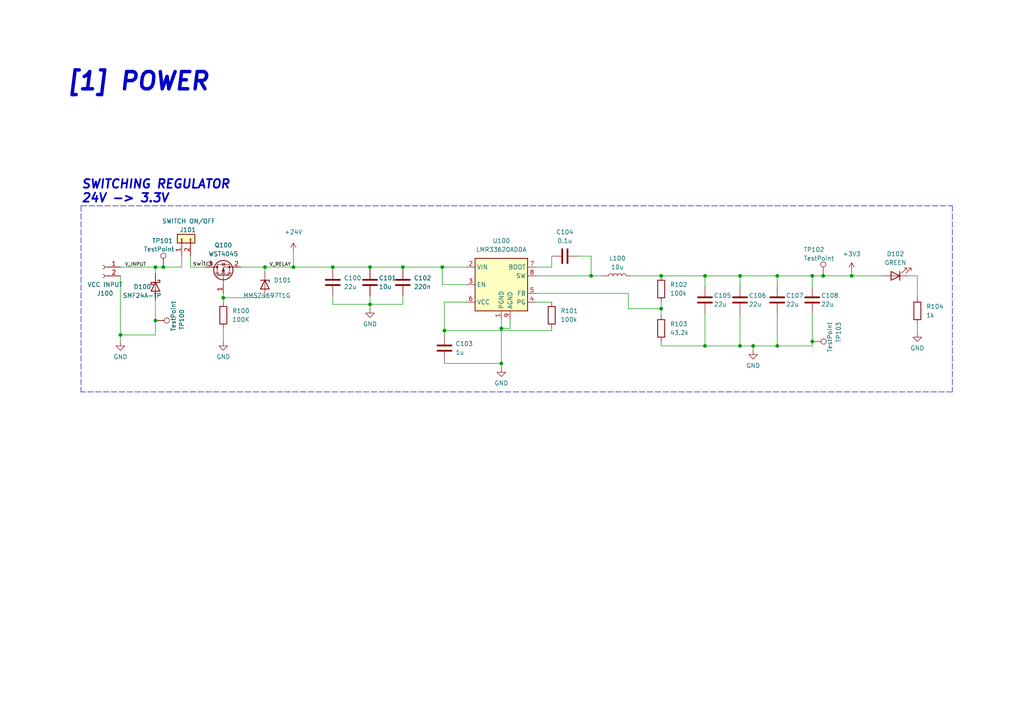
<source format=kicad_sch>
(kicad_sch (version 20230121) (generator eeschema)
  (paper "A4")
  (lib_symbols
    (symbol "Connector:Conn_01x02_Female" (pin_names (offset 1.016) hide)
      (property "Reference" "J" (at 0 2.54 0))
      (property "Value" "Conn_01x02_Female" (at 0 -5.08 0))
      (symbol "Conn_01x02_Female_1_1"
        (arc (start 0 -2.032) (mid -0.5058 -2.54) (end 0 -3.048) (stroke (width 0.1524)))
        (polyline (pts (xy -1.27 -2.54) (xy -0.508 -2.54)) (stroke (width 0.1524)))
        (polyline (pts (xy -1.27 0) (xy -0.508 0)) (stroke (width 0.1524)))
        (arc (start 0 0.508) (mid -0.5058 0) (end 0 -0.508) (stroke (width 0.1524)))
        (pin passive line (at -5.08 0 0) (length 3.81) (name "Pin_1") (number "1"))
        (pin passive line (at -5.08 -2.54 0) (length 3.81) (name "Pin_2") (number "2"))
      )
    )
    (symbol "Connector:TestPoint" (pin_numbers hide) (pin_names (offset 0.762) hide)
      (property "Reference" "TP" (at 0 6.858 0))
      (property "Value" "TestPoint" (at 0 5.08 0))
      (symbol "TestPoint_0_1"
        (circle (center 0 3.302) (radius 0.762))
      )
      (symbol "TestPoint_1_1"
        (pin passive line (at 0 0 90) (length 2.54) (name "1") (number "1"))
      )
    )
    (symbol "Connector_Generic:Conn_01x02" (pin_names (offset 1.016) hide)
      (property "Reference" "J" (at 0 2.54 0))
      (property "Value" "Conn_01x02" (at 0 -5.08 0))
      (symbol "Conn_01x02_1_1"
        (rectangle (start -1.27 -2.413) (end 0 -2.667) (stroke (width 0.1524)))
        (rectangle (start -1.27 0.127) (end 0 -0.127) (stroke (width 0.1524)))
        (rectangle (start -1.27 1.27) (end 1.27 -3.81) (stroke (width 0.254)) (fill (type background)))
        (pin passive line (at -5.08 0 0) (length 3.81) (name "Pin_1") (number "1"))
        (pin passive line (at -5.08 -2.54 0) (length 3.81) (name "Pin_2") (number "2"))
      )
    )
    (symbol "Device:C" (pin_numbers hide) (pin_names (offset 0.254))
      (property "Reference" "C" (at 0.635 2.54 0))
      (property "Value" "C" (at 0.635 -2.54 0))
      (symbol "C_0_1"
        (polyline (pts (xy -2.032 -0.762) (xy 2.032 -0.762)) (stroke (width 0.508)))
        (polyline (pts (xy -2.032 0.762) (xy 2.032 0.762)) (stroke (width 0.508)))
      )
      (symbol "C_1_1"
        (pin passive line (at 0 3.81 270) (length 2.794) (name "~") (number "1"))
        (pin passive line (at 0 -3.81 90) (length 2.794) (name "~") (number "2"))
      )
    )
    (symbol "Device:D_Schottky" (pin_numbers hide) (pin_names (offset 1.016) hide)
      (property "Reference" "D" (at 0 2.54 0))
      (property "Value" "D_Schottky" (at 0 -2.54 0))
      (symbol "D_Schottky_0_1"
        (polyline (pts (xy 1.27 0) (xy -1.27 0)))
        (polyline (pts (xy 1.27 1.27) (xy 1.27 -1.27) (xy -1.27 0) (xy 1.27 1.27)) (stroke (width 0.254)))
        (polyline (pts (xy -1.905 0.635) (xy -1.905 1.27) (xy -1.27 1.27) (xy -1.27 -1.27) (xy -0.635 -1.27) (xy -0.635 -0.635)) (stroke (width 0.254)))
      )
      (symbol "D_Schottky_1_1"
        (pin passive line (at -3.81 0 0) (length 2.54) (name "K") (number "1"))
        (pin passive line (at 3.81 0 180) (length 2.54) (name "A") (number "2"))
      )
    )
    (symbol "Device:D_Zener" (pin_numbers hide) (pin_names (offset 1.016) hide)
      (property "Reference" "D" (at 0 2.54 0))
      (property "Value" "D_Zener" (at 0 -2.54 0))
      (symbol "D_Zener_0_1"
        (polyline (pts (xy 1.27 0) (xy -1.27 0)))
        (polyline (pts (xy -1.27 -1.27) (xy -1.27 1.27) (xy -0.762 1.27)) (stroke (width 0.254)))
        (polyline (pts (xy 1.27 -1.27) (xy 1.27 1.27) (xy -1.27 0) (xy 1.27 -1.27)) (stroke (width 0.254)))
      )
      (symbol "D_Zener_1_1"
        (pin passive line (at -3.81 0 0) (length 2.54) (name "K") (number "1"))
        (pin passive line (at 3.81 0 180) (length 2.54) (name "A") (number "2"))
      )
    )
    (symbol "Device:L" (pin_numbers hide) (pin_names (offset 1.016) hide)
      (property "Reference" "L" (at -1.27 0 90))
      (property "Value" "L" (at 1.905 0 90))
      (symbol "L_0_1"
        (arc (start 0 -2.54) (mid 0.6323 -1.905) (end 0 -1.27))
        (arc (start 0 -1.27) (mid 0.6323 -0.635) (end 0 0))
        (arc (start 0 0) (mid 0.6323 0.635) (end 0 1.27))
        (arc (start 0 1.27) (mid 0.6323 1.905) (end 0 2.54))
      )
      (symbol "L_1_1"
        (pin passive line (at 0 3.81 270) (length 1.27) (name "1") (number "1"))
        (pin passive line (at 0 -3.81 90) (length 1.27) (name "2") (number "2"))
      )
    )
    (symbol "Device:LED" (pin_numbers hide) (pin_names (offset 1.016) hide)
      (property "Reference" "D" (at 0 2.54 0))
      (property "Value" "LED" (at 0 -2.54 0))
      (symbol "LED_0_1"
        (polyline (pts (xy -1.27 -1.27) (xy -1.27 1.27)) (stroke (width 0.254)))
        (polyline (pts (xy -1.27 0) (xy 1.27 0)))
        (polyline (pts (xy 1.27 -1.27) (xy 1.27 1.27) (xy -1.27 0) (xy 1.27 -1.27)) (stroke (width 0.254)))
        (polyline (pts (xy -3.048 -0.762) (xy -4.572 -2.286) (xy -3.81 -2.286) (xy -4.572 -2.286) (xy -4.572 -1.524)))
        (polyline (pts (xy -1.778 -0.762) (xy -3.302 -2.286) (xy -2.54 -2.286) (xy -3.302 -2.286) (xy -3.302 -1.524)))
      )
      (symbol "LED_1_1"
        (pin passive line (at -3.81 0 0) (length 2.54) (name "K") (number "1"))
        (pin passive line (at 3.81 0 180) (length 2.54) (name "A") (number "2"))
      )
    )
    (symbol "Device:R" (pin_numbers hide) (pin_names (offset 0))
      (property "Reference" "R" (at 2.032 0 90))
      (property "Value" "R" (at 0 0 90))
      (symbol "R_0_1"
        (rectangle (start -1.016 -2.54) (end 1.016 2.54) (stroke (width 0.254)))
      )
      (symbol "R_1_1"
        (pin passive line (at 0 3.81 270) (length 1.27) (name "~") (number "1"))
        (pin passive line (at 0 -3.81 90) (length 1.27) (name "~") (number "2"))
      )
    )
    (symbol "Regulator_Switching:LMR33620ADDA"
      (property "Reference" "U" (at 0 11.43 0))
      (property "Value" "LMR33620ADDA" (at 0 8.89 0))
      (symbol "LMR33620ADDA_0_1"
        (rectangle (start -7.62 7.62) (end 7.62 -7.62) (stroke (width 0.254)) (fill (type background)))
      )
      (symbol "LMR33620ADDA_1_1"
        (pin power_in line (at 0 -10.16 90) (length 2.54) (name "PGND") (number "1"))
        (pin power_in line (at -10.16 5.08 0) (length 2.54) (name "VIN") (number "2"))
        (pin input line (at -10.16 0 0) (length 2.54) (name "EN") (number "3"))
        (pin open_collector line (at 10.16 -5.08 180) (length 2.54) (name "PG") (number "4"))
        (pin input line (at 10.16 -2.54 180) (length 2.54) (name "FB") (number "5"))
        (pin power_out line (at -10.16 -5.08 0) (length 2.54) (name "VCC") (number "6"))
        (pin input line (at 10.16 5.08 180) (length 2.54) (name "BOOT") (number "7"))
        (pin output line (at 10.16 2.54 180) (length 2.54) (name "SW") (number "8"))
        (pin power_in line (at 2.54 -10.16 90) (length 2.54) (name "AGND") (number "9"))
      )
    )
    (symbol "Transistor_FET:AO3401A" (pin_names hide)
      (property "Reference" "Q" (at 5.08 1.905 0))
      (property "Value" "AO3401A" (at 5.08 0 0))
      (symbol "AO3401A_0_1"
        (polyline (pts (xy 0.254 0) (xy -2.54 0)))
        (polyline (pts (xy 0.254 1.905) (xy 0.254 -1.905)) (stroke (width 0.254)))
        (polyline (pts (xy 0.762 -1.27) (xy 0.762 -2.286)) (stroke (width 0.254)))
        (polyline (pts (xy 0.762 0.508) (xy 0.762 -0.508)) (stroke (width 0.254)))
        (polyline (pts (xy 0.762 2.286) (xy 0.762 1.27)) (stroke (width 0.254)))
        (polyline (pts (xy 2.54 2.54) (xy 2.54 1.778)))
        (polyline (pts (xy 2.54 -2.54) (xy 2.54 0) (xy 0.762 0)))
        (polyline (pts (xy 0.762 1.778) (xy 3.302 1.778) (xy 3.302 -1.778) (xy 0.762 -1.778)))
        (polyline (pts (xy 2.286 0) (xy 1.27 0.381) (xy 1.27 -0.381) (xy 2.286 0)) (fill (type outline)))
        (polyline (pts (xy 2.794 -0.508) (xy 2.921 -0.381) (xy 3.683 -0.381) (xy 3.81 -0.254)))
        (polyline (pts (xy 3.302 -0.381) (xy 2.921 0.254) (xy 3.683 0.254) (xy 3.302 -0.381)))
        (circle (center 1.651 0) (radius 2.794) (stroke (width 0.254)))
        (circle (center 2.54 -1.778) (radius 0.254) (fill (type outline)))
        (circle (center 2.54 1.778) (radius 0.254) (fill (type outline)))
      )
      (symbol "AO3401A_1_1"
        (pin input line (at -5.08 0 0) (length 2.54) (name "G") (number "1"))
        (pin passive line (at 2.54 -5.08 90) (length 2.54) (name "S") (number "2"))
        (pin passive line (at 2.54 5.08 270) (length 2.54) (name "D") (number "3"))
      )
    )
    (symbol "power:+24V" (power) (pin_names (offset 0))
      (property "Value" "+24V" (at 0 3.556 0))
      (symbol "+24V_0_1"
        (polyline (pts (xy -0.762 1.27) (xy 0 2.54)))
        (polyline (pts (xy 0 0) (xy 0 2.54)))
        (polyline (pts (xy 0 2.54) (xy 0.762 1.27)))
      )
      (symbol "+24V_1_1"
        (pin power_in line (at 0 0 90) (length 0) hide (name "+24V") (number "1"))
      )
    )
    (symbol "power:+3V3" (power) (pin_names (offset 0))
      (property "Value" "+3V3" (at 0 3.556 0))
      (symbol "+3V3_0_1"
        (polyline (pts (xy -0.762 1.27) (xy 0 2.54)))
        (polyline (pts (xy 0 0) (xy 0 2.54)))
        (polyline (pts (xy 0 2.54) (xy 0.762 1.27)))
      )
      (symbol "+3V3_1_1"
        (pin power_in line (at 0 0 90) (length 0) hide (name "+3V3") (number "1"))
      )
    )
    (symbol "power:GND" (power) (pin_names (offset 0))
      (property "Value" "GND" (at 0 -3.81 0))
      (symbol "GND_0_1"
        (polyline (pts (xy 0 0) (xy 0 -1.27) (xy 1.27 -1.27) (xy 0 -2.54) (xy -1.27 -1.27) (xy 0 -1.27)))
      )
      (symbol "GND_1_1"
        (pin power_in line (at 0 0 270) (length 0) hide (name "GND") (number "1"))
      )
    )
  )
  (junction (at 47.371 77.47))
  (junction (at 204.47 100.33))
  (junction (at 116.84 77.47))
  (junction (at 64.77 86.36))
  (junction (at 34.925 97.155))
  (junction (at 225.425 80.01))
  (junction (at 218.44 100.33))
  (junction (at 171.45 80.01))
  (junction (at 235.585 99.06))
  (junction (at 145.415 105.41))
  (junction (at 204.47 80.01))
  (junction (at 235.585 80.01))
  (junction (at 128.27 77.47))
  (junction (at 107.315 77.47))
  (junction (at 214.63 100.33))
  (junction (at 107.315 88.265))
  (junction (at 76.835 77.47))
  (junction (at 238.76 80.01))
  (junction (at 96.52 77.47))
  (junction (at 247.015 80.01))
  (junction (at 145.415 95.25))
  (junction (at 214.63 80.01))
  (junction (at 45.085 77.47))
  (junction (at 191.77 80.01))
  (junction (at 191.77 89.535))
  (junction (at 128.905 95.885))
  (junction (at 85.09 77.47))
  (junction (at 45.085 92.964))
  (junction (at 225.425 100.33))
  (wire (pts (xy 235.585 80.01) (xy 238.76 80.01)))
  (wire (pts (xy 96.52 77.47) (xy 96.52 78.105)))
  (wire (pts (xy 47.371 77.47) (xy 52.705 77.47)))
  (wire (pts (xy 45.085 77.47) (xy 45.085 79.375)))
  (wire (pts (xy 155.575 85.09) (xy 182.245 85.09)))
  (wire (pts (xy 116.84 85.725) (xy 116.84 88.265)))
  (wire (pts (xy 34.925 77.47) (xy 45.085 77.47)))
  (wire (pts (xy 191.77 99.06) (xy 191.77 100.33)))
  (polyline (pts (xy 23.495 59.69) (xy 23.495 113.665)) (stroke (width 0) (type dash)))
  (wire (pts (xy 85.09 77.47) (xy 96.52 77.47)))
  (wire (pts (xy 204.47 100.33) (xy 214.63 100.33)))
  (wire (pts (xy 52.705 74.295) (xy 52.705 77.47)))
  (wire (pts (xy 155.575 87.63) (xy 160.02 87.63)))
  (wire (pts (xy 266.065 93.98) (xy 266.065 96.52)))
  (wire (pts (xy 167.64 74.295) (xy 171.45 74.295)))
  (wire (pts (xy 160.02 95.885) (xy 128.905 95.885)))
  (wire (pts (xy 171.45 74.295) (xy 171.45 80.01)))
  (wire (pts (xy 182.245 85.09) (xy 182.245 89.535)))
  (wire (pts (xy 85.09 73.025) (xy 85.09 77.47)))
  (polyline (pts (xy 23.495 59.69) (xy 276.225 59.69)) (stroke (width 0) (type dash)))
  (wire (pts (xy 145.415 95.25) (xy 145.415 105.41)))
  (wire (pts (xy 135.255 82.55) (xy 128.27 82.55)))
  (wire (pts (xy 171.45 80.01) (xy 175.26 80.01)))
  (wire (pts (xy 45.085 77.47) (xy 47.371 77.47)))
  (wire (pts (xy 96.52 77.47) (xy 107.315 77.47)))
  (wire (pts (xy 218.44 100.33) (xy 218.44 101.6)))
  (wire (pts (xy 107.315 85.725) (xy 107.315 88.265)))
  (wire (pts (xy 34.925 97.155) (xy 34.925 99.06)))
  (wire (pts (xy 182.245 89.535) (xy 191.77 89.535)))
  (wire (pts (xy 116.84 88.265) (xy 107.315 88.265)))
  (wire (pts (xy 55.245 77.47) (xy 59.69 77.47)))
  (wire (pts (xy 263.525 80.01) (xy 266.065 80.01)))
  (wire (pts (xy 34.925 97.155) (xy 45.085 97.155)))
  (wire (pts (xy 155.575 80.01) (xy 171.45 80.01)))
  (wire (pts (xy 204.47 90.805) (xy 204.47 100.33)))
  (wire (pts (xy 128.905 105.41) (xy 145.415 105.41)))
  (wire (pts (xy 128.905 95.885) (xy 128.905 87.63)))
  (wire (pts (xy 191.77 80.01) (xy 204.47 80.01)))
  (wire (pts (xy 238.76 80.01) (xy 247.015 80.01)))
  (wire (pts (xy 225.425 90.805) (xy 225.425 100.33)))
  (wire (pts (xy 214.63 80.01) (xy 214.63 83.185)))
  (wire (pts (xy 116.84 77.47) (xy 128.27 77.47)))
  (wire (pts (xy 160.02 95.25) (xy 160.02 95.885)))
  (wire (pts (xy 214.63 80.01) (xy 225.425 80.01)))
  (wire (pts (xy 247.015 80.01) (xy 255.905 80.01)))
  (wire (pts (xy 218.44 100.33) (xy 225.425 100.33)))
  (wire (pts (xy 76.835 77.47) (xy 85.09 77.47)))
  (wire (pts (xy 76.835 77.47) (xy 76.835 78.74)))
  (wire (pts (xy 160.02 77.47) (xy 160.02 74.295)))
  (wire (pts (xy 247.015 78.74) (xy 247.015 80.01)))
  (wire (pts (xy 204.47 80.01) (xy 204.47 83.185)))
  (wire (pts (xy 191.77 100.33) (xy 204.47 100.33)))
  (wire (pts (xy 235.585 100.33) (xy 225.425 100.33)))
  (wire (pts (xy 64.77 95.25) (xy 64.77 99.06)))
  (wire (pts (xy 107.315 88.265) (xy 107.315 89.535)))
  (wire (pts (xy 107.315 77.47) (xy 116.84 77.47)))
  (wire (pts (xy 235.585 90.805) (xy 235.585 99.06)))
  (wire (pts (xy 225.425 80.01) (xy 225.425 83.185)))
  (wire (pts (xy 182.88 80.01) (xy 191.77 80.01)))
  (wire (pts (xy 96.52 85.725) (xy 96.52 88.265)))
  (wire (pts (xy 116.84 77.47) (xy 116.84 78.105)))
  (wire (pts (xy 55.245 74.295) (xy 55.245 77.47)))
  (wire (pts (xy 214.63 90.805) (xy 214.63 100.33)))
  (wire (pts (xy 214.63 100.33) (xy 218.44 100.33)))
  (wire (pts (xy 147.955 92.71) (xy 147.955 95.25)))
  (wire (pts (xy 128.27 82.55) (xy 128.27 77.47)))
  (wire (pts (xy 45.085 92.964) (xy 45.085 97.155)))
  (wire (pts (xy 107.315 77.47) (xy 107.315 78.105)))
  (wire (pts (xy 128.905 87.63) (xy 135.255 87.63)))
  (wire (pts (xy 76.835 77.47) (xy 69.85 77.47)))
  (wire (pts (xy 45.085 86.995) (xy 45.085 92.964)))
  (wire (pts (xy 34.925 80.01) (xy 34.925 97.155)))
  (wire (pts (xy 266.065 80.01) (xy 266.065 86.36)))
  (polyline (pts (xy 276.225 59.69) (xy 276.225 113.665)) (stroke (width 0) (type dash)))
  (wire (pts (xy 64.77 86.36) (xy 76.835 86.36)))
  (wire (pts (xy 235.585 80.01) (xy 235.585 83.185)))
  (wire (pts (xy 128.27 77.47) (xy 135.255 77.47)))
  (wire (pts (xy 191.77 87.63) (xy 191.77 89.535)))
  (wire (pts (xy 145.415 92.71) (xy 145.415 95.25)))
  (wire (pts (xy 128.905 104.775) (xy 128.905 105.41)))
  (wire (pts (xy 235.585 99.06) (xy 235.585 100.33)))
  (wire (pts (xy 64.77 86.36) (xy 64.77 87.63)))
  (wire (pts (xy 64.77 85.09) (xy 64.77 86.36)))
  (wire (pts (xy 155.575 77.47) (xy 160.02 77.47)))
  (wire (pts (xy 225.425 80.01) (xy 235.585 80.01)))
  (wire (pts (xy 191.77 89.535) (xy 191.77 91.44)))
  (wire (pts (xy 128.905 97.155) (xy 128.905 95.885)))
  (polyline (pts (xy 276.225 113.665) (xy 23.495 113.665)) (stroke (width 0) (type dash)))
  (wire (pts (xy 145.415 105.41) (xy 145.415 106.68)))
  (wire (pts (xy 96.52 88.265) (xy 107.315 88.265)))
  (wire (pts (xy 204.47 80.01) (xy 214.63 80.01)))
  (wire (pts (xy 147.955 95.25) (xy 145.415 95.25)))
  (text "SWITCHING REGULATOR\n24V -> 3.3V" (at 23.495 59.055 0) (effects (font (size 2.5 2.5) bold italic) (justify left bottom)))
  (text "[1] POWER" (at 19.05 26.67 0) (effects (font (size 5 5) (thickness 1) bold italic) (justify left bottom)))
  (label "V_INPUT" (at 36.195 77.47 0) (effects (font (size 1.016 1.016))))
  (label "switch" (at 55.88 77.47 0))
  (label "V_RELAY" (at 78.105 77.47 0) (effects (font (size 1.016 1.016))))
  (symbol (lib_id "power:GND") (at 218.44 101.6 0) (unit 1)
    (property "Reference" "#PWR08" (effects hide))
    (property "Value" "GND" (at 218.44 106.045 0))
    (instances (project "Damper_PCB" (path "" (reference "#PWR08") (unit 1))) (project "Cabina" (path "" (reference "#PWR0110") (unit 1))))
  )
  (symbol (lib_id "Device:C") (at 107.315 81.915 0) (unit 1)
    (property "Reference" "C101" (at 109.855 80.645 0) (effects (justify left)))
    (property "Value" "10u" (at 109.855 83.185 0) (effects (justify left)))
    (property "Footprint" "Capacitor_SMD:C_0805_2012Metric" (effects hide))
    (property "LCSC" "C440198" (effects hide))
  )
  (symbol (lib_id "power:GND") (at 266.065 96.52 0) (unit 1)
    (property "Reference" "#PWR07" (effects hide))
    (property "Value" "GND" (at 266.065 100.965 0))
    (instances (project "Damper_PCB" (path "" (reference "#PWR07") (unit 1))) (project "Cabina" (path "" (reference "#PWR0104") (unit 1))))
  )
  (symbol (lib_id "Device:C") (at 204.47 86.995 180) (unit 1)
    (property "Reference" "C105" (at 207.01 85.725 0) (effects (justify right)))
    (property "Value" "22u" (at 207.01 88.265 0) (effects (justify right)))
    (property "Footprint" "Capacitor_SMD:C_0805_2012Metric" (effects hide))
    (property "LCSC" "C45783" (effects hide))
  )
  (symbol (lib_id "Device:C") (at 225.425 86.995 180) (unit 1)
    (property "Reference" "C107" (at 227.965 85.725 0) (effects (justify right)))
    (property "Value" "22u" (at 227.965 88.265 0) (effects (justify right)))
    (property "Footprint" "Capacitor_SMD:C_0805_2012Metric" (effects hide))
    (property "LCSC" "C45783" (effects hide))
  )
  (symbol (lib_id "Device:D_Zener") (at 76.835 82.55 270) (unit 1)
    (property "Reference" "D101" (at 79.375 81.2799 90) (effects (justify left)))
    (property "Value" "MMSZ4697T1G" (at 70.485 85.725 90) (effects (justify left)))
    (property "Footprint" "Diode_SMD:D_SOD-123" (effects hide))
    (property "LCSC" "C48870" (effects hide))
  )
  (symbol (lib_id "Device:R") (at 64.77 91.44 0) (unit 1)
    (property "Reference" "R100" (at 67.31 90.17 0) (effects (justify left)))
    (property "Value" "100K" (at 67.31 92.71 0) (effects (justify left)))
    (property "Footprint" "Resistor_SMD:R_1206_3216Metric" (effects hide))
    (property "LCSC" "C17900" (effects hide))
  )
  (symbol (lib_id "Connector_Generic:Conn_01x02") (at 52.705 69.215 90) (unit 1)
    (property "Reference" "J101" (at 52.07 66.675 90) (effects (justify right)))
    (property "Value" "SWITCH ON/OFF" (at 46.99 64.135 90) (effects (justify right)))
    (property "Footprint" "Molex_39281023:MOLEX_39281023" (effects hide))
  )
  (symbol (lib_id "power:GND") (at 34.925 99.06 0) (unit 1)
    (property "Reference" "#PWR01" (effects hide))
    (property "Value" "GND" (at 34.925 103.505 0))
    (instances (project "Damper_PCB" (path "" (reference "#PWR01") (unit 1))) (project "Cabina" (path "" (reference "#PWR0106") (unit 1))))
  )
  (symbol (lib_id "Connector:Conn_01x02_Female") (at 29.845 77.47 0) (mirror y) (unit 1)
    (property "Reference" "J100" (at 30.48 85.09 0))
    (property "Value" "VCC INPUT" (at 30.48 82.55 0))
    (property "Footprint" "Connector_Phoenix_MSTB:PhoenixContact_MSTBA_2,5_2-G-5,08_1x02_P5.08mm_Horizontal" (effects hide))
  )
  (symbol (lib_id "power:GND") (at 64.77 99.06 0) (unit 1)
    (property "Reference" "#PWR02" (effects hide))
    (property "Value" "GND" (at 64.77 103.505 0))
    (instances (project "Damper_PCB" (path "" (reference "#PWR02") (unit 1))) (project "Cabina" (path "" (reference "#PWR0110") (unit 1))))
  )
  (symbol (lib_id "Connector:TestPoint") (at 45.085 92.964 270) (unit 1)
    (property "Reference" "TP100" (at 52.705 89.662 0) (effects (justify left)))
    (property "Value" "TestPoint" (at 50.292 87.249 0) (effects (justify left)))
    (property "Footprint" "TestPoint:TestPoint_Pad_D2.0mm" (effects hide))
    (instances (project "Damper_PCB" (path "" (reference "TP100") (unit 1))) (project "Cabina" (path "" (reference "TP101") (unit 1))))
  )
  (symbol (lib_id "Device:C") (at 96.52 81.915 0) (unit 1)
    (property "Reference" "C100" (at 99.695 80.645 0) (effects (justify left)))
    (property "Value" "22u" (at 99.695 83.185 0) (effects (justify left)))
    (property "Footprint" "Capacitor_SMD:C_Elec_6.3x5.4" (effects hide))
    (property "LCSC" "C4747979" (effects hide))
  )
  (symbol (lib_id "Device:R") (at 266.065 90.17 180) (unit 1)
    (property "Reference" "R104" (at 268.605 88.9 0) (effects (justify right)))
    (property "Value" "1k" (at 268.605 91.44 0) (effects (justify right)))
    (property "Footprint" "Resistor_SMD:R_0603_1608Metric" (effects hide))
    (property "LCSC" "C21190" (effects hide))
    (instances (project "Damper_PCB" (path "" (reference "R104") (unit 1))) (project "Cabina" (path "" (reference "R101") (unit 1))))
  )
  (symbol (lib_id "Device:R") (at 191.77 83.82 0) (unit 1)
    (property "Reference" "R102" (at 194.31 82.55 0) (effects (justify left)))
    (property "Value" "100k" (at 194.31 85.09 0) (effects (justify left)))
    (property "Footprint" "Resistor_SMD:R_0805_2012Metric" (effects hide))
    (property "LCSC" "C149504" (effects hide))
  )
  (symbol (lib_id "power:+24V") (at 85.09 73.025 0) (unit 1)
    (property "Reference" "#PWR03" (effects hide))
    (property "Value" "+24V" (at 85.09 67.31 0))
    (instances (project "Damper_PCB" (path "" (reference "#PWR03") (unit 1))) (project "Cabina" (path "" (reference "#PWR0112") (unit 1))))
  )
  (symbol (lib_id "Connector:TestPoint") (at 47.371 77.47 0) (unit 1)
    (property "Reference" "TP101" (at 44.069 69.85 0) (effects (justify left)))
    (property "Value" "TestPoint" (at 41.656 72.263 0) (effects (justify left)))
    (property "Footprint" "TestPoint:TestPoint_Pad_D2.0mm" (effects hide))
    (instances (project "Damper_PCB" (path "" (reference "TP101") (unit 1))) (project "Cabina" (path "" (reference "TP100") (unit 1))))
  )
  (symbol (lib_id "Device:D_Schottky") (at 45.085 83.185 270) (unit 1)
    (property "Reference" "D100" (at 38.735 83.185 90) (effects (justify left)))
    (property "Value" "SMF24A-TP" (at 35.56 85.725 90) (effects (justify left)))
    (property "Footprint" "SOD_123FL:SOD_123FL" (effects hide))
    (property "LCSC" "C545276" (effects hide))
  )
  (symbol (lib_id "Connector:TestPoint") (at 238.76 80.01 0) (unit 1)
    (property "Reference" "TP102" (at 233.045 72.39 0) (effects (justify left)))
    (property "Value" "TestPoint" (at 233.045 74.93 0) (effects (justify left)))
    (property "Footprint" "TestPoint:TestPoint_Pad_D2.0mm" (effects hide))
  )
  (symbol (lib_id "Device:R") (at 160.02 91.44 0) (unit 1)
    (property "Reference" "R101" (at 162.56 90.17 0) (effects (justify left)))
    (property "Value" "100k" (at 162.56 92.71 0) (effects (justify left)))
    (property "Footprint" "Resistor_SMD:R_0805_2012Metric" (effects hide))
    (property "LCSC" "C149504" (effects hide))
  )
  (symbol (lib_id "power:GND") (at 107.315 89.535 0) (unit 1)
    (property "Reference" "#PWR04" (effects hide))
    (property "Value" "GND" (at 107.315 93.98 0))
    (instances (project "Damper_PCB" (path "" (reference "#PWR04") (unit 1))) (project "Cabina" (path "" (reference "#PWR0110") (unit 1))))
  )
  (symbol (lib_id "Device:C") (at 116.84 81.915 0) (unit 1)
    (property "Reference" "C102" (at 120.015 80.645 0) (effects (justify left)))
    (property "Value" "220n" (at 120.015 83.185 0) (effects (justify left)))
    (property "Footprint" "Capacitor_SMD:C_0805_2012Metric" (effects hide))
    (property "LCSC" "C5378" (effects hide))
  )
  (symbol (lib_id "Device:LED") (at 259.715 80.01 180) (unit 1)
    (property "Reference" "D102" (at 259.715 73.66 0))
    (property "Value" "GREEN" (at 259.715 76.2 0))
    (property "Footprint" "LED_SMD:LED_0603_1608Metric" (effects hide))
    (property "LCSC" "C72043" (effects hide))
    (instances (project "Damper_PCB" (path "" (reference "D102") (unit 1))) (project "Cabina" (path "" (reference "D103") (unit 1))))
  )
  (symbol (lib_id "Regulator_Switching:LMR33620ADDA") (at 145.415 82.55 0) (unit 1)
    (property "Reference" "U100" (at 145.415 69.85 0))
    (property "Value" "LMR33620ADDA" (at 145.415 72.39 0))
    (property "Footprint" "Package_SO:Texas_HSOP-8-1EP_3.9x4.9mm_P1.27mm_ThermalVias" (effects hide))
    (property "Datasheet" "http://www.ti.com/lit/ds/symlink/lmr33620.pdf" (effects hide))
    (property "LCSC" "C2071694" (effects hide))
  )
  (symbol (lib_id "Device:C") (at 235.585 86.995 180) (unit 1)
    (property "Reference" "C108" (at 238.125 85.725 0) (effects (justify right)))
    (property "Value" "22u" (at 238.125 88.265 0) (effects (justify right)))
    (property "Footprint" "Capacitor_SMD:C_0805_2012Metric" (effects hide))
    (property "LCSC" "C45783" (effects hide))
  )
  (symbol (lib_id "Device:C") (at 128.905 100.965 180) (unit 1)
    (property "Reference" "C103" (at 132.08 99.695 0) (effects (justify right)))
    (property "Value" "1u" (at 132.08 102.235 0) (effects (justify right)))
    (property "Footprint" "Capacitor_SMD:C_0603_1608Metric" (effects hide))
    (property "LCSC" "C15849" (effects hide))
  )
  (symbol (lib_id "Connector:TestPoint") (at 235.585 99.06 270) (unit 1)
    (property "Reference" "TP103" (at 243.205 93.345 0) (effects (justify left)))
    (property "Value" "TestPoint" (at 240.665 93.345 0) (effects (justify left)))
    (property "Footprint" "TestPoint:TestPoint_Pad_D2.0mm" (effects hide))
  )
  (symbol (lib_id "Device:C") (at 163.83 74.295 270) (unit 1)
    (property "Reference" "C104" (at 163.83 67.31 90))
    (property "Value" "0.1u" (at 163.83 69.85 90))
    (property "Footprint" "Capacitor_SMD:C_0603_1608Metric" (effects hide))
    (property "LCSC" "C14663" (effects hide))
  )
  (symbol (lib_id "Transistor_FET:AO3401A") (at 64.77 80.01 90) (unit 1)
    (property "Reference" "Q100" (at 64.77 71.12 90))
    (property "Value" "WST4045" (at 64.77 73.66 90))
    (property "Footprint" "Package_TO_SOT_SMD:SOT-23" (effects hide))
    (property "Datasheet" "http://www.aosmd.com/pdfs/datasheet/AO3401A.pdf" (effects hide))
    (property "LCSC" "C719073" (effects hide))
  )
  (symbol (lib_id "Device:L") (at 179.07 80.01 90) (unit 1)
    (property "Reference" "L100" (at 179.07 74.93 90))
    (property "Value" "10u" (at 179.07 77.47 90))
    (property "Footprint" "Inductor_SMD_Jose:L_12.3x12.3" (effects hide))
    (property "LCSC" "C2929499" (effects hide))
  )
  (symbol (lib_id "power:+3V3") (at 247.015 78.74 0) (unit 1)
    (property "Reference" "#PWR06" (effects hide))
    (property "Value" "+3V3" (at 247.015 73.66 0))
  )
  (symbol (lib_id "Device:C") (at 214.63 86.995 180) (unit 1)
    (property "Reference" "C106" (at 217.17 85.725 0) (effects (justify right)))
    (property "Value" "22u" (at 217.17 88.265 0) (effects (justify right)))
    (property "Footprint" "Capacitor_SMD:C_0805_2012Metric" (effects hide))
    (property "LCSC" "C45783" (effects hide))
  )
  (symbol (lib_id "power:GND") (at 145.415 106.68 0) (unit 1)
    (property "Reference" "#PWR05" (effects hide))
    (property "Value" "GND" (at 145.415 111.125 0))
    (instances (project "Damper_PCB" (path "" (reference "#PWR05") (unit 1))) (project "Cabina" (path "" (reference "#PWR0110") (unit 1))))
  )
  (symbol (lib_id "Device:R") (at 191.77 95.25 0) (unit 1)
    (property "Reference" "R103" (at 194.31 93.98 0) (effects (justify left)))
    (property "Value" "43.2k" (at 194.31 96.52 0) (effects (justify left)))
    (property "Footprint" "Resistor_SMD:R_0805_2012Metric" (effects hide))
    (property "LCSC" "C325864" (effects hide))
  )
)
</source>
